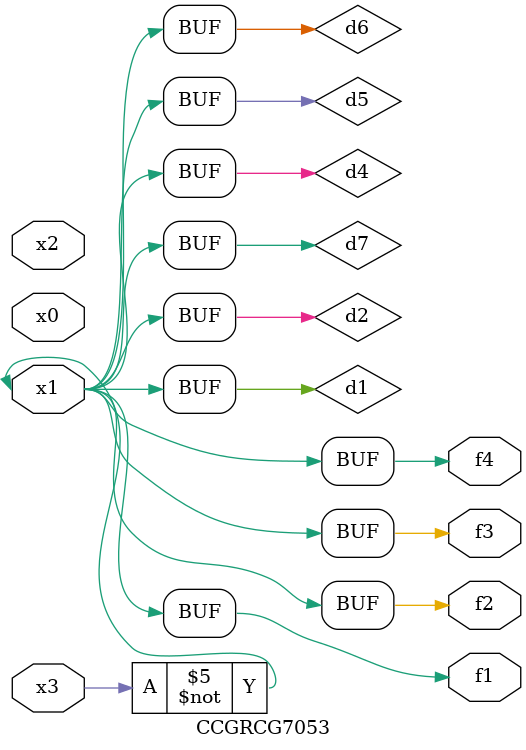
<source format=v>
module CCGRCG7053(
	input x0, x1, x2, x3,
	output f1, f2, f3, f4
);

	wire d1, d2, d3, d4, d5, d6, d7;

	not (d1, x3);
	buf (d2, x1);
	xnor (d3, d1, d2);
	nor (d4, d1);
	buf (d5, d1, d2);
	buf (d6, d4, d5);
	nand (d7, d4);
	assign f1 = d6;
	assign f2 = d7;
	assign f3 = d6;
	assign f4 = d6;
endmodule

</source>
